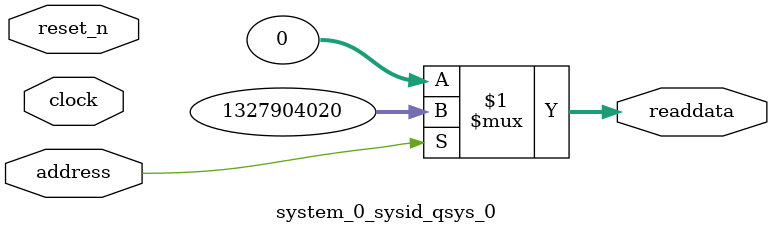
<source format=v>

`timescale 1ns / 1ps
// synthesis translate_on

// turn off superfluous verilog processor warnings 
// altera message_level Level1 
// altera message_off 10034 10035 10036 10037 10230 10240 10030 

module system_0_sysid_qsys_0 (
               // inputs:
                address,
                clock,
                reset_n,

               // outputs:
                readdata
             )
;

  output  [ 31: 0] readdata;
  input            address;
  input            clock;
  input            reset_n;

  wire    [ 31: 0] readdata;
  //control_slave, which is an e_avalon_slave
  assign readdata = address ? 1327904020 : 0;

endmodule




</source>
